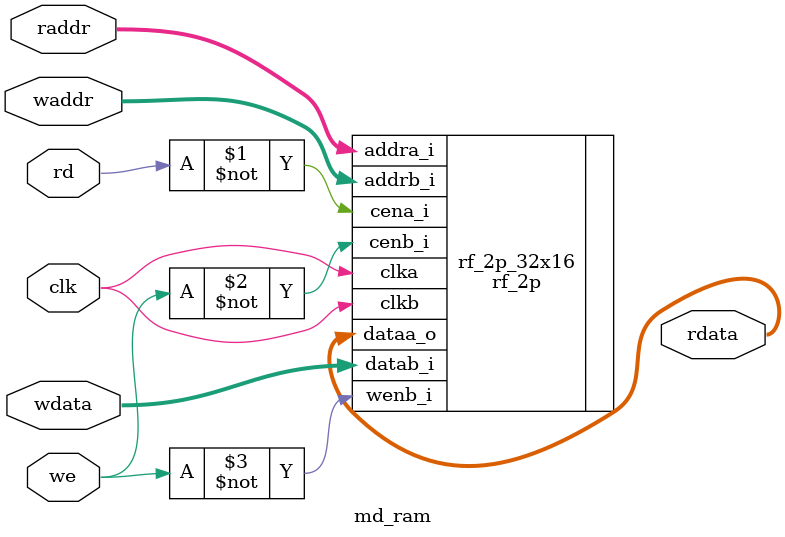
<source format=v>

module md_ram (
    				clk     ,
    				wdata   ,
    				waddr   ,
    				we      ,
    				rd      ,
    				raddr   ,
    				rdata  
);

// ********************************************
//                                             
//    Input/Output DECLARATION                    
//                                             
// ********************************************
input                clk   ; 
input [31:0]		 wdata ;
input [3:0]          waddr ;
input   	         we    ;
input    	         rd    ;
input [3:0]          raddr ;
output [31:0]   	 rdata ;

// ********************************************
//                                             
//    Logic DECLARATION                 
//                                             
// ********************************************

rf_2p #(.Addr_Width(4), .Word_Width(32))	
	   rf_2p_32x16 (
				.clka    ( clk       ),  
				.cena_i  ( ~rd       ),
		        .addra_i ( raddr		),
		        .dataa_o ( rdata     ),
				.clkb    ( clk       ),     
				.cenb_i  ( ~we       ),  
				.wenb_i  ( ~we       ),   
				.addrb_i ( waddr	),
				.datab_i ( wdata     )
);

endmodule

</source>
